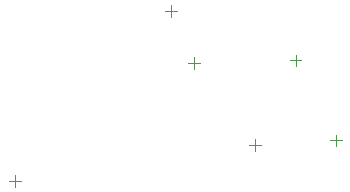
<source format=gbr>
G04*
G04 #@! TF.GenerationSoftware,Altium Limited,Altium Designer,25.8.1 (18)*
G04*
G04 Layer_Color=16711935*
%FSLAX44Y44*%
%MOMM*%
G71*
G04*
G04 #@! TF.SameCoordinates,DC2A109C-38F9-4662-A5C9-921089D2BF11*
G04*
G04*
G04 #@! TF.FilePolarity,Positive*
G04*
G01*
G75*
%ADD13C,0.1000*%
D13*
X-159578Y-93003D02*
X-149578D01*
X-154578Y-98003D02*
Y-88004D01*
X-7742Y6638D02*
X2258D01*
X-2742Y1638D02*
Y11638D01*
X-22224Y45896D02*
Y55896D01*
X-27224Y50896D02*
X-17224D01*
X112109Y-58746D02*
X122109D01*
X117109Y-63746D02*
Y-53746D01*
X83098Y3975D02*
Y13975D01*
X78098Y8975D02*
X88098D01*
X48531Y-67902D02*
Y-57902D01*
X43531Y-62902D02*
X53531D01*
M02*

</source>
